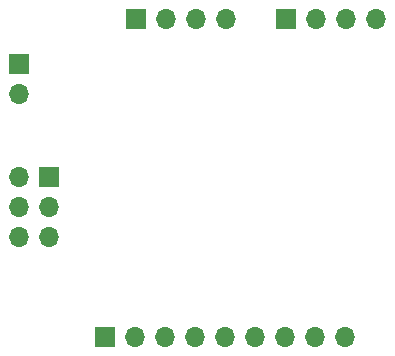
<source format=gbs>
G04 #@! TF.GenerationSoftware,KiCad,Pcbnew,5.1.7-a382d34a8~87~ubuntu20.04.1*
G04 #@! TF.CreationDate,2020-11-09T21:14:28-03:00*
G04 #@! TF.ProjectId,Arduino_Clone,41726475-696e-46f5-9f43-6c6f6e652e6b,1*
G04 #@! TF.SameCoordinates,Original*
G04 #@! TF.FileFunction,Soldermask,Bot*
G04 #@! TF.FilePolarity,Negative*
%FSLAX46Y46*%
G04 Gerber Fmt 4.6, Leading zero omitted, Abs format (unit mm)*
G04 Created by KiCad (PCBNEW 5.1.7-a382d34a8~87~ubuntu20.04.1) date 2020-11-09 21:14:28*
%MOMM*%
%LPD*%
G01*
G04 APERTURE LIST*
%ADD10R,1.700000X1.700000*%
%ADD11O,1.700000X1.700000*%
G04 APERTURE END LIST*
D10*
X80645000Y-50482500D03*
D11*
X80645000Y-53022500D03*
X98171000Y-46672500D03*
X95631000Y-46672500D03*
X93091000Y-46672500D03*
D10*
X90551000Y-46672500D03*
X87884000Y-73660000D03*
D11*
X90424000Y-73660000D03*
X92964000Y-73660000D03*
X95504000Y-73660000D03*
X98044000Y-73660000D03*
X100584000Y-73660000D03*
X103124000Y-73660000D03*
X105664000Y-73660000D03*
X108204000Y-73660000D03*
D10*
X83185000Y-60071000D03*
D11*
X80645000Y-60071000D03*
X83185000Y-62611000D03*
X80645000Y-62611000D03*
X83185000Y-65151000D03*
X80645000Y-65151000D03*
D10*
X103188000Y-46672500D03*
D11*
X105728000Y-46672500D03*
X108268000Y-46672500D03*
X110808000Y-46672500D03*
M02*

</source>
